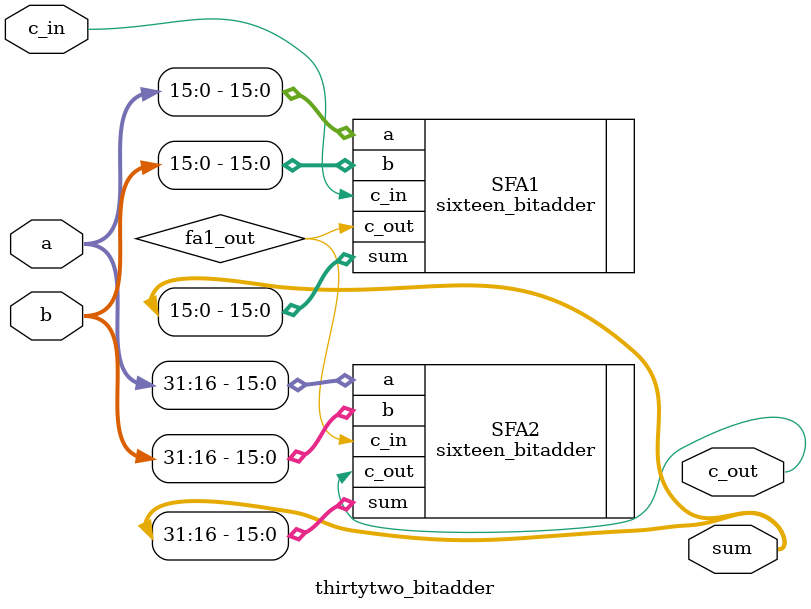
<source format=v>
`timescale 1ns / 1ps


module thirtytwo_bitadder(a, b, c_in, c_out, sum);
    input [31:0] a;
    input [31:0] b;
    input c_in;
    output c_out;
    output [31:0] sum;
    wire fa1_out;
    
    sixteen_bitadder SFA1(.c_out(fa1_out), .sum(sum[15:0]), .a(a[15:0]), .b(b[15:0]), .c_in(c_in));
    sixteen_bitadder SFA2(.c_out(c_out), .sum(sum[31:16]), .a(a[31:16]), .b(b[31:16]), .c_in(fa1_out));
    
endmodule

</source>
